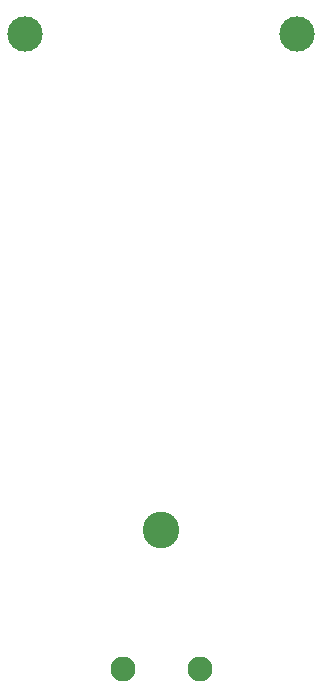
<source format=gbr>
M48
;DRILL file {Pcbnew (2013-may-18)-stable} date Пт 28 авг 2015 20:52:44
;FORMAT={-:-/ absolute / inch / decimal}
FMAT,2
INCH,TZ
T1C0.083
T2C0.118
T3C0.122
%
G90
G05
M72
T1
X1.0322Y-3.0941
X1.2881Y-3.0941
T2
X0.7074Y-0.978
X1.6129Y-0.978
T3
X1.1602Y-2.6315
T0
M30

</source>
